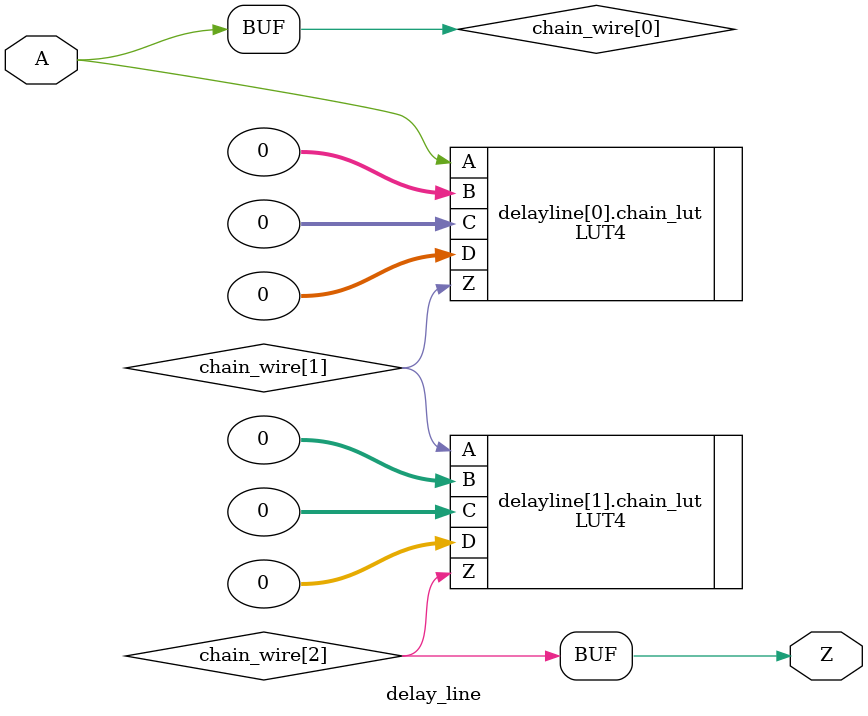
<source format=v>


module delay_line(
    input wire A,
    output wire Z
    );
	parameter DELAY_LUTS = 1;

	wire chain_wire[DELAY_LUTS+1:0];
	assign chain_wire[0] = A;
    
	assign Z = chain_wire[DELAY_LUTS+1];

	generate
		genvar i;
		for(i=0; i<=DELAY_LUTS; i=i+1) begin: delayline
			(* keep *) (* noglobal *)
			LUT4 #(.INIT(16'd2))
				chain_lut(.Z(chain_wire[i+1]), .A(chain_wire[i]), .B(0), .C(0), .D(0));
		end
	endgenerate
	
endmodule
</source>
